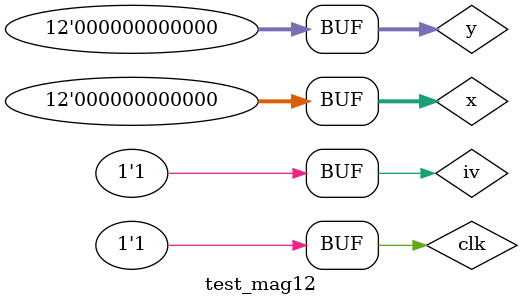
<source format=v>
`timescale 1ns / 1ps
module test_mag12;

	// Inputs
	reg [11:0] x;
	reg [11:0] y;
	reg iv;
	reg clk;

	// Outputs
	wire [11:0] m;
	wire ov;

	// Instantiate the Unit Under Test (UUT)
	mag12 uut (
		.x(x), 
		.y(y), 
		.iv(iv), 
		.m(m), 
		.ov(ov), 
		.clk(clk)
	);

	initial begin
		// Initialize Inputs
		x = 0;
		y = 0;
		iv = 0;
		clk = 0;

		// Wait 100 ns for global reset to finish
		#100;
        
		// test
		#5 clk = 0; iv = 1; x = 14; y = 0;
		#5 clk = 1;
		#5 clk = 0; iv = 1; x = 10; y = 10;
		#5 clk = 1;
		#5 clk = 0; iv = 1; x = 0; y = 14;
		#5 clk = 1;
		#5 clk = 0; iv = 1; x = -10; y = 10;
		#5 clk = 1;
		#5 clk = 0; iv = 1; x = -14; y = 0;
		#5 clk = 1;
		#5 clk = 0; iv = 1; x = -10; y = -10;
		#5 clk = 1;
		#5 clk = 0; iv = 1; x = 0; y = -14;
		#5 clk = 1;
		#5 clk = 0; iv = 1; x = 10; y = -10;
		#5 clk = 1;
		#5 clk = 0; iv = 1; x = 1414; y = 0;
		#5 clk = 1;
		#5 clk = 0; iv = 1; x = 1000; y = 1000;
		#5 clk = 1;
		#5 clk = 0; iv = 1; x = 0; y = 1414;
		#5 clk = 1;
		#5 clk = 0; iv = 1; x = -1000; y = 1000;
		#5 clk = 1;
		#5 clk = 0; iv = 1; x = -1414; y = 0;
		#5 clk = 1;
		#5 clk = 0; iv = 1; x = -1000; y = -1000;
		#5 clk = 1;
		#5 clk = 0; iv = 1; x = 0; y = -1414;
		#5 clk = 1;
		#5 clk = 0; iv = 1; x = 1000; y = -1000;
		#5 clk = 1;
		#5 clk = 0; iv = 1; x = 0; y = 0;
		#5 clk = 1;
		#5 clk = 0; iv = 1; x = 100>>6; y = (-100)>>6;
		#5 clk = 1;
		#5 clk = 0; iv = 1; x = (-100)>>6; y = 100>>6;
		#5 clk = 1;
		#5 clk = 0; iv = 1; x = 1000>>6; y = (-100)>>6;
		#5 clk = 1;
		#5 clk = 0; iv = 1; x = (-1000)>>6; y = 100>>6;
		#5 clk = 1;
		#5 clk = 0; iv = 1; x = 10000>>6; y = (-100)>>6;
		#5 clk = 1;
		#5 clk = 0; iv = 1; x = (-10000)>>6; y = 100>>6;
		#5 clk = 1;
		#5 clk = 0; iv = 1; x = 100000>>6; y = (-100)>>6;
		#5 clk = 1;
		#5 clk = 0; iv = 1; x = (-100000)>>6; y = 100>>6;
		#5 clk = 1;
		#5 clk = 0; iv = 1; x = 0; y = 0;
		#5 clk = 1;
		#5 clk = 0; iv = 1; x = 0; y = 0;
		#5 clk = 1;
		#5 clk = 0; iv = 1; x = 0; y = 0;
		#5 clk = 1;
		#5 clk = 0; iv = 1; x = 0; y = 0;
		#5 clk = 1;
	end
      
endmodule


</source>
